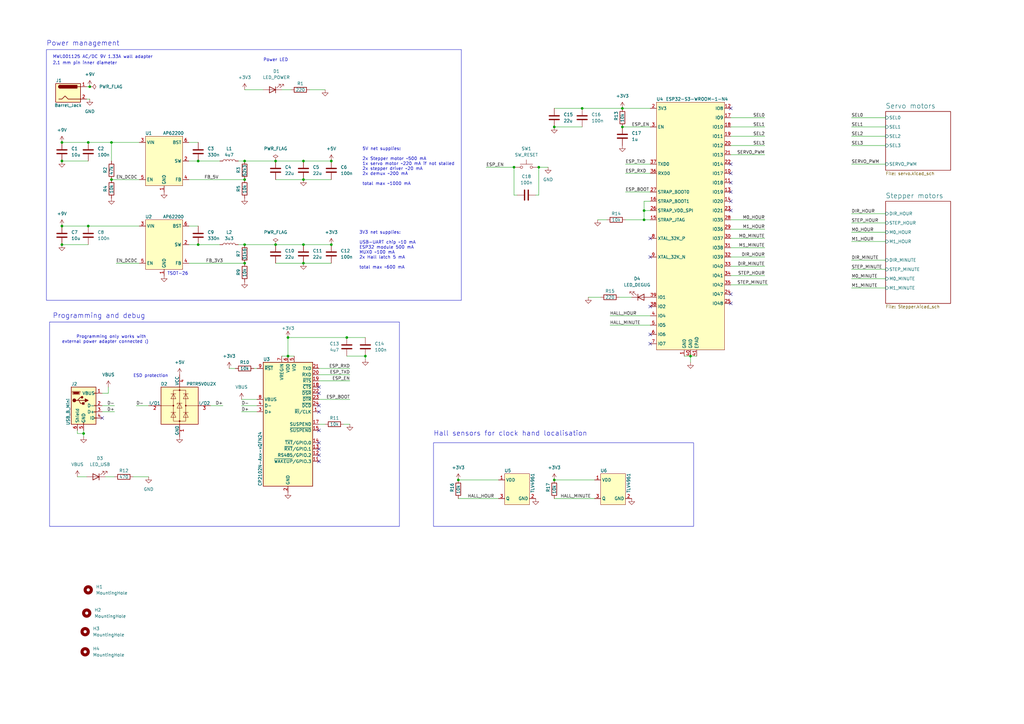
<source format=kicad_sch>
(kicad_sch (version 20230121) (generator eeschema)
  (paper "A3")
  (title_block (title "TopeltKell") (date "2023-10-15") (rev "v0.1") (company "Kaarel Kõomägi, Andres Sakk"))
  (lib_symbols
    (symbol "Connector:Barrel_Jack" (pin_names (offset 1.016))
      (property "Reference" "J" (at 0 5.334 0))
      (property "Value" "Barrel_Jack" (at 0 -5.08 0))
      (symbol "Barrel_Jack_0_1"
        (rectangle (start -5.08 3.81) (end 5.08 -3.81) (stroke (width 0.254)) (fill (type background)))
        (arc (start -3.302 3.175) (mid -3.9343 2.54) (end -3.302 1.905) (stroke (width 0.254)))
        (arc (start -3.302 3.175) (mid -3.9343 2.54) (end -3.302 1.905) (stroke (width 0.254)) (fill (type outline)))
        (polyline (pts (xy 5.08 2.54) (xy 3.81 2.54)) (stroke (width 0.254)))
        (polyline (pts (xy -3.81 -2.54) (xy -2.54 -2.54) (xy -1.27 -1.27) (xy 0 -2.54) (xy 2.54 -2.54) (xy 5.08 -2.54)) (stroke (width 0.254)))
        (rectangle (start 3.683 3.175) (end -3.302 1.905) (stroke (width 0.254)) (fill (type outline)))
      )
      (symbol "Barrel_Jack_1_1"
        (pin passive line (at 7.62 2.54 180) (length 2.54) (name "~") (number "1"))
        (pin passive line (at 7.62 -2.54 180) (length 2.54) (name "~") (number "2"))
      )
    )
    (symbol "Device:C" (pin_numbers hide) (pin_names (offset 0.254))
      (property "Reference" "C" (at 0.635 2.54 0))
      (property "Value" "C" (at 0.635 -2.54 0))
      (symbol "C_0_1"
        (polyline (pts (xy -2.032 -0.762) (xy 2.032 -0.762)) (stroke (width 0.508)))
        (polyline (pts (xy -2.032 0.762) (xy 2.032 0.762)) (stroke (width 0.508)))
      )
      (symbol "C_1_1"
        (pin passive line (at 0 3.81 270) (length 2.794) (name "~") (number "1"))
        (pin passive line (at 0 -3.81 90) (length 2.794) (name "~") (number "2"))
      )
    )
    (symbol "Device:L" (pin_numbers hide) (pin_names (offset 1.016) hide)
      (property "Reference" "L" (at -1.27 0 90))
      (property "Value" "L" (at 1.905 0 90))
      (symbol "L_0_1"
        (arc (start 0 -2.54) (mid 0.6323 -1.905) (end 0 -1.27))
        (arc (start 0 -1.27) (mid 0.6323 -0.635) (end 0 0))
        (arc (start 0 0) (mid 0.6323 0.635) (end 0 1.27))
        (arc (start 0 1.27) (mid 0.6323 1.905) (end 0 2.54))
      )
      (symbol "L_1_1"
        (pin passive line (at 0 3.81 270) (length 1.27) (name "1") (number "1"))
        (pin passive line (at 0 -3.81 90) (length 1.27) (name "2") (number "2"))
      )
    )
    (symbol "Device:LED" (pin_numbers hide) (pin_names (offset 1.016) hide)
      (property "Reference" "D" (at 0 2.54 0))
      (property "Value" "LED" (at 0 -2.54 0))
      (symbol "LED_0_1"
        (polyline (pts (xy -1.27 -1.27) (xy -1.27 1.27)) (stroke (width 0.254)))
        (polyline (pts (xy -1.27 0) (xy 1.27 0)))
        (polyline (pts (xy 1.27 -1.27) (xy 1.27 1.27) (xy -1.27 0) (xy 1.27 -1.27)) (stroke (width 0.254)))
        (polyline (pts (xy -3.048 -0.762) (xy -4.572 -2.286) (xy -3.81 -2.286) (xy -4.572 -2.286) (xy -4.572 -1.524)))
        (polyline (pts (xy -1.778 -0.762) (xy -3.302 -2.286) (xy -2.54 -2.286) (xy -3.302 -2.286) (xy -3.302 -1.524)))
      )
      (symbol "LED_1_1"
        (pin passive line (at -3.81 0 0) (length 2.54) (name "K") (number "1"))
        (pin passive line (at 3.81 0 180) (length 2.54) (name "A") (number "2"))
      )
    )
    (symbol "Device:R" (pin_numbers hide) (pin_names (offset 0))
      (property "Reference" "R" (at 2.032 0 90))
      (property "Value" "R" (at 0 0 90))
      (symbol "R_0_1"
        (rectangle (start -1.016 -2.54) (end 1.016 2.54) (stroke (width 0.254)))
      )
      (symbol "R_1_1"
        (pin passive line (at 0 3.81 270) (length 1.27) (name "~") (number "1"))
        (pin passive line (at 0 -3.81 90) (length 1.27) (name "~") (number "2"))
      )
    )
    (symbol "Interface_USB:CP2102N-Axx-xQFN24"
      (property "Reference" "U" (at -8.89 26.67 0))
      (property "Value" "CP2102N-Axx-xQFN24" (at 13.97 26.67 0))
      (symbol "CP2102N-Axx-xQFN24_0_1"
        (rectangle (start -10.16 25.4) (end 10.16 -25.4) (stroke (width 0.254)) (fill (type background)))
      )
      (symbol "CP2102N-Axx-xQFN24_1_1"
        (pin bidirectional line (at 12.7 5.08 180) (length 2.54) (name "~{RI}/CLK") (number "1"))
        (pin no_connect line (at -10.16 -22.86 0) (length 2.54) hide (name "NC") (number "10"))
        (pin bidirectional line (at 12.7 -15.24 180) (length 2.54) (name "~{WAKEUP}/GPIO.3") (number "11"))
        (pin bidirectional line (at 12.7 -12.7 180) (length 2.54) (name "RS485/GPIO.2") (number "12"))
        (pin bidirectional line (at 12.7 -10.16 180) (length 2.54) (name "~{RXT}/GPIO.1") (number "13"))
        (pin bidirectional line (at 12.7 -7.62 180) (length 2.54) (name "~{TXT}/GPIO.0") (number "14"))
        (pin output line (at 12.7 -2.54 180) (length 2.54) (name "~{SUSPEND}") (number "15"))
        (pin no_connect line (at 10.16 -22.86 180) (length 2.54) hide (name "NC") (number "16"))
        (pin output line (at 12.7 0 180) (length 2.54) (name "SUSPEND") (number "17"))
        (pin input line (at 12.7 15.24 180) (length 2.54) (name "~{CTS}") (number "18"))
        (pin output line (at 12.7 17.78 180) (length 2.54) (name "~{RTS}") (number "19"))
        (pin power_in line (at 0 -27.94 90) (length 2.54) (name "GND") (number "2"))
        (pin input line (at 12.7 20.32 180) (length 2.54) (name "RXD") (number "20"))
        (pin output line (at 12.7 22.86 180) (length 2.54) (name "TXD") (number "21"))
        (pin input line (at 12.7 12.7 180) (length 2.54) (name "~{DSR}") (number "22"))
        (pin output line (at 12.7 10.16 180) (length 2.54) (name "~{DTR}") (number "23"))
        (pin input line (at 12.7 7.62 180) (length 2.54) (name "~{DCD}") (number "24"))
        (pin passive line (at 0 -27.94 90) (length 2.54) hide (name "GND") (number "25"))
        (pin bidirectional line (at -12.7 5.08 0) (length 2.54) (name "D+") (number "3"))
        (pin bidirectional line (at -12.7 7.62 0) (length 2.54) (name "D-") (number "4"))
        (pin power_in line (at 2.54 27.94 270) (length 2.54) (name "VIO") (number "5"))
        (pin power_in line (at 0 27.94 270) (length 2.54) (name "VDD") (number "6"))
        (pin power_in line (at -2.54 27.94 270) (length 2.54) (name "VREGIN") (number "7"))
        (pin input line (at -12.7 10.16 0) (length 2.54) (name "VBUS") (number "8"))
        (pin input line (at -12.7 22.86 0) (length 2.54) (name "~{RST}") (number "9"))
      )
    )
    (symbol "Mechanical:MountingHole" (pin_names (offset 1.016))
      (property "Reference" "H" (at 0 5.08 0))
      (property "Value" "MountingHole" (at 0 3.175 0))
      (symbol "MountingHole_0_1"
        (circle (center 0 0) (radius 1.27) (stroke (width 1.27)))
      )
    )
    (symbol "Power_Protection:PRTR5V0U2X" (pin_names (offset 0))
      (property "Reference" "D" (at 2.794 8.636 0))
      (property "Value" "PRTR5V0U2X" (at 8.128 -9.398 0))
      (symbol "PRTR5V0U2X_0_1"
        (rectangle (start -7.62 -7.62) (end 7.62 7.62) (stroke (width 0.254)) (fill (type background)))
        (circle (center -2.54 0) (radius 0.254) (fill (type outline)))
        (rectangle (start -2.54 6.35) (end 2.54 -6.35))
        (circle (center 0 -6.35) (radius 0.254) (fill (type outline)))
        (polyline (pts (xy -2.54 0) (xy -7.62 0)))
        (polyline (pts (xy -1.524 -2.794) (xy -3.556 -2.794)))
        (polyline (pts (xy -1.524 4.826) (xy -3.556 4.826)))
        (polyline (pts (xy 0 -7.62) (xy 0 7.62)))
        (polyline (pts (xy 1.524 -2.794) (xy 3.556 -2.794)))
        (polyline (pts (xy 1.524 4.826) (xy 3.556 4.826)))
        (polyline (pts (xy 2.54 0) (xy 7.62 0)))
        (polyline (pts (xy 1.016 1.016) (xy -1.016 1.016) (xy -1.016 0.508)))
        (polyline (pts (xy -3.556 -4.826) (xy -1.524 -4.826) (xy -2.54 -2.794) (xy -3.556 -4.826)))
        (polyline (pts (xy -3.556 2.794) (xy -1.524 2.794) (xy -2.54 4.826) (xy -3.556 2.794)))
        (polyline (pts (xy -1.016 -1.016) (xy 1.016 -1.016) (xy 0 1.016) (xy -1.016 -1.016)))
        (polyline (pts (xy 3.556 -4.826) (xy 1.524 -4.826) (xy 2.54 -2.794) (xy 3.556 -4.826)))
        (polyline (pts (xy 3.556 2.794) (xy 1.524 2.794) (xy 2.54 4.826) (xy 3.556 2.794)))
        (circle (center 0 6.35) (radius 0.254) (fill (type outline)))
        (circle (center 2.54 0) (radius 0.254) (fill (type outline)))
      )
      (symbol "PRTR5V0U2X_1_1"
        (pin passive line (at 0 -12.7 90) (length 5.08) (name "GND") (number "1"))
        (pin passive line (at -12.7 0 0) (length 5.08) (name "I/O1") (number "2"))
        (pin passive line (at 12.7 0 180) (length 5.08) (name "I/O2") (number "3"))
        (pin passive line (at 0 12.7 270) (length 5.08) (name "VCC") (number "4"))
      )
    )
    (symbol "RVP_TopeltKell:AP62200"
      (property "Reference" "U" (at 1.27 1.27 0))
      (property "Value" "AP62200" (at 11.43 1.27 0))
      (symbol "AP62200_1_1"
        (rectangle (start 0 0) (end 15.24 -20.32) (fill (type background)))
        (pin power_in line (at 7.62 -22.86 90) (length 2.54) (name "GND") (number "1"))
        (pin power_out line (at 17.78 -10.16 180) (length 2.54) (name "SW") (number "2"))
        (pin power_in line (at -2.54 -2.54 0) (length 2.54) (name "VIN") (number "3"))
        (pin input line (at 17.78 -17.78 180) (length 2.54) (name "FB") (number "4"))
        (pin input line (at -2.54 -17.78 0) (length 2.54) (name "EN") (number "5"))
        (pin input line (at 17.78 -2.54 180) (length 2.54) (name "BST") (number "6"))
      )
    )
    (symbol "RVP_TopeltKell:ESP32-S3-WROOM-1"
      (property "Reference" "U" (at 0 1.27 0))
      (property "Value" "ESP32-S3-WROOM-1" (at 19.05 1.27 0))
      (symbol "ESP32-S3-WROOM-1_1_1"
        (rectangle (start 0 0) (end 27.94 -101.6) (fill (type background)))
        (pin power_in line (at 11.43 -104.14 90) (length 2.54) (name "GND") (number "1"))
        (pin bidirectional line (at 30.48 -29.21 180) (length 2.54) (name "IO17") (number "10"))
        (pin bidirectional line (at 30.48 -33.02 180) (length 2.54) (name "IO18") (number "11"))
        (pin bidirectional line (at 30.48 -2.54 180) (length 2.54) (name "IO8") (number "12"))
        (pin bidirectional line (at 30.48 -36.83 180) (length 2.54) (name "IO19") (number "13"))
        (pin bidirectional line (at 30.48 -40.64 180) (length 2.54) (name "IO20") (number "14"))
        (pin bidirectional line (at -2.54 -48.26 0) (length 2.54) (name "IO3") (number "15") (alternate "STRAP_JTAG" bidirectional line))
        (pin bidirectional line (at -2.54 -40.64 0) (length 2.54) (name "IO46") (number "16") (alternate "STRAP_BOOT1" bidirectional line))
        (pin bidirectional line (at 30.48 -6.35 180) (length 2.54) (name "IO9") (number "17"))
        (pin bidirectional line (at 30.48 -10.16 180) (length 2.54) (name "IO10") (number "18"))
        (pin bidirectional line (at 30.48 -13.97 180) (length 2.54) (name "IO11") (number "19"))
        (pin power_in line (at -2.54 -2.54 0) (length 2.54) (name "3V3") (number "2"))
        (pin bidirectional line (at 30.48 -17.78 180) (length 2.54) (name "IO12") (number "20"))
        (pin bidirectional line (at 30.48 -21.59 180) (length 2.54) (name "IO13") (number "21"))
        (pin bidirectional line (at 30.48 -25.4 180) (length 2.54) (name "IO14") (number "22"))
        (pin bidirectional line (at 30.48 -44.45 180) (length 2.54) (name "IO21") (number "23"))
        (pin bidirectional line (at 30.48 -78.74 180) (length 2.54) (name "IO47") (number "24"))
        (pin bidirectional line (at 30.48 -82.55 180) (length 2.54) (name "IO48") (number "25"))
        (pin bidirectional line (at -2.54 -44.45 0) (length 2.54) (name "IO45") (number "26") (alternate "STRAP_VDD_SPI" bidirectional line))
        (pin bidirectional line (at -2.54 -36.83 0) (length 2.54) (name "IO0") (number "27") (alternate "STRAP_BOOT0" bidirectional line))
        (pin bidirectional line (at 30.48 -48.26 180) (length 2.54) (name "IO35") (number "28"))
        (pin bidirectional line (at 30.48 -52.07 180) (length 2.54) (name "IO36") (number "29"))
        (pin input line (at -2.54 -10.16 0) (length 2.54) (name "EN") (number "3"))
        (pin bidirectional line (at 30.48 -55.88 180) (length 2.54) (name "IO37") (number "30"))
        (pin bidirectional line (at 30.48 -59.69 180) (length 2.54) (name "IO38") (number "31"))
        (pin bidirectional line (at 30.48 -63.5 180) (length 2.54) (name "IO39") (number "32"))
        (pin bidirectional line (at 30.48 -67.31 180) (length 2.54) (name "IO40") (number "33"))
        (pin bidirectional line (at 30.48 -71.12 180) (length 2.54) (name "IO41") (number "34"))
        (pin bidirectional line (at 30.48 -74.93 180) (length 2.54) (name "IO42") (number "35"))
        (pin bidirectional line (at -2.54 -29.21 0) (length 2.54) (name "RXD0") (number "36"))
        (pin bidirectional line (at -2.54 -25.4 0) (length 2.54) (name "TXD0") (number "37"))
        (pin bidirectional line (at -2.54 -83.82 0) (length 2.54) (name "IO2") (number "38"))
        (pin bidirectional line (at -2.54 -80.01 0) (length 2.54) (name "IO1") (number "39"))
        (pin bidirectional line (at -2.54 -87.63 0) (length 2.54) (name "IO4") (number "4"))
        (pin power_in line (at 13.97 -104.14 90) (length 2.54) (name "GND") (number "40"))
        (pin power_in line (at 16.51 -104.14 90) (length 2.54) (name "EPAD") (number "41"))
        (pin bidirectional line (at -2.54 -91.44 0) (length 2.54) (name "IO5") (number "5"))
        (pin bidirectional line (at -2.54 -95.25 0) (length 2.54) (name "IO6") (number "6"))
        (pin bidirectional line (at -2.54 -99.06 0) (length 2.54) (name "IO7") (number "7"))
        (pin bidirectional line (at -2.54 -55.88 0) (length 2.54) (name "IO15") (number "8") (alternate "XTAL_32K_P" bidirectional line))
        (pin bidirectional line (at -2.54 -63.5 0) (length 2.54) (name "IO16") (number "9") (alternate "XTAL_32K_N" input line))
      )
    )
    (symbol "RVP_TopeltKell:TLV4961"
      (property "Reference" "U" (at 0 1.27 0))
      (property "Value" "TLV4961" (at 6.35 1.27 0))
      (symbol "TLV4961_1_1"
        (rectangle (start 0 0) (end 10.16 -12.7) (fill (type background)))
        (pin power_in line (at -2.54 -2.54 0) (length 2.54) (name "VDD") (number "1"))
        (pin power_in line (at 12.7 -10.16 180) (length 2.54) (name "GND") (number "2"))
        (pin output line (at -2.54 -10.16 0) (length 2.54) (name "Q") (number "3"))
      )
    )
    (symbol "RVP_TopeltKell:USB_B_Mini"
      (property "Reference" "J" (at 0 1.27 0))
      (property "Value" "USB_B_Mini" (at 10.16 1.27 0))
      (symbol "USB_B_Mini_0_1"
        (rectangle (start 0 -15.24) (end 10.16 0) (stroke (width 0.254)) (fill (type background)))
        (polyline (pts (xy 3.175 -5.461) (xy 5.715 -5.461)) (stroke (width 0.254)))
        (polyline (pts (xy 1.905 -5.461) (xy 2.54 -5.461) (xy 3.81 -4.191) (xy 4.445 -4.191)) (stroke (width 0.254)))
        (polyline (pts (xy 2.54 -5.461) (xy 3.175 -5.461) (xy 3.81 -6.731) (xy 5.08 -6.731)) (stroke (width 0.254)))
        (polyline (pts (xy 5.715 -4.826) (xy 5.715 -6.096) (xy 6.985 -5.461) (xy 5.715 -4.826)) (stroke (width 0.254)) (fill (type outline)))
        (polyline (pts (xy 0.762 -2.032) (xy 3.302 -2.032) (xy 3.048 -2.794) (xy 1.016 -2.794) (xy 0.762 -2.032)) (fill (type outline)))
        (polyline (pts (xy 0.381 -1.778) (xy 0.381 -2.032) (xy 0.635 -2.794) (xy 0.635 -3.048) (xy 3.429 -3.048) (xy 3.429 -2.794) (xy 3.683 -2.032) (xy 3.683 -1.778) (xy 0.381 -1.778)))
        (circle (center 1.27 -5.461) (radius 0.635) (stroke (width 0.254)) (fill (type outline)))
        (circle (center 4.445 -4.191) (radius 0.381) (stroke (width 0.254)) (fill (type outline)))
        (rectangle (start 4.953 -15.24) (end 5.207 -14.478))
        (rectangle (start 5.334 -6.35) (end 4.572 -7.112) (stroke (width 0.254)) (fill (type outline)))
        (rectangle (start 10.16 -12.827) (end 9.398 -12.573))
        (rectangle (start 10.16 -10.287) (end 9.398 -10.033))
        (rectangle (start 10.16 -7.747) (end 9.398 -7.493))
        (rectangle (start 10.16 -2.667) (end 9.398 -2.413))
      )
      (symbol "USB_B_Mini_1_1"
        (pin power_out line (at 12.7 -2.54 180) (length 2.54) (name "VBUS") (number "1"))
        (pin bidirectional line (at 12.7 -7.62 180) (length 2.54) (name "D-") (number "2"))
        (pin bidirectional line (at 12.7 -10.16 180) (length 2.54) (name "D+") (number "3"))
        (pin passive line (at 12.7 -12.7 180) (length 2.54) (name "ID") (number "4"))
        (pin power_out line (at 5.08 -17.78 90) (length 2.54) (name "GND") (number "5"))
        (pin passive line (at 2.54 -17.78 90) (length 2.54) (name "Shield") (number "6"))
      )
    )
    (symbol "Switch:SW_Push" (pin_numbers hide) (pin_names (offset 1.016) hide)
      (property "Reference" "SW" (at 1.27 2.54 0))
      (property "Value" "SW_Push" (at 0 -1.524 0))
      (symbol "SW_Push_0_1"
        (circle (center -2.032 0) (radius 0.508))
        (polyline (pts (xy 0 1.27) (xy 0 3.048)))
        (polyline (pts (xy 2.54 1.27) (xy -2.54 1.27)))
        (circle (center 2.032 0) (radius 0.508))
        (pin passive line (at -5.08 0 0) (length 2.54) (name "1") (number "1"))
        (pin passive line (at 5.08 0 180) (length 2.54) (name "2") (number "2"))
      )
    )
    (symbol "power:+3V3" (power) (pin_names (offset 0))
      (property "Value" "+3V3" (at 0 3.556 0))
      (symbol "+3V3_0_1"
        (polyline (pts (xy -0.762 1.27) (xy 0 2.54)))
        (polyline (pts (xy 0 0) (xy 0 2.54)))
        (polyline (pts (xy 0 2.54) (xy 0.762 1.27)))
      )
      (symbol "+3V3_1_1"
        (pin power_in line (at 0 0 90) (length 0) hide (name "+3V3") (number "1"))
      )
    )
    (symbol "power:+5V" (power) (pin_names (offset 0))
      (property "Value" "+5V" (at 0 3.556 0))
      (symbol "+5V_0_1"
        (polyline (pts (xy -0.762 1.27) (xy 0 2.54)))
        (polyline (pts (xy 0 0) (xy 0 2.54)))
        (polyline (pts (xy 0 2.54) (xy 0.762 1.27)))
      )
      (symbol "+5V_1_1"
        (pin power_in line (at 0 0 90) (length 0) hide (name "+5V") (number "1"))
      )
    )
    (symbol "power:+9V" (power) (pin_names (offset 0))
      (property "Value" "+9V" (at 0 3.556 0))
      (symbol "+9V_0_1"
        (polyline (pts (xy -0.762 1.27) (xy 0 2.54)))
        (polyline (pts (xy 0 0) (xy 0 2.54)))
        (polyline (pts (xy 0 2.54) (xy 0.762 1.27)))
      )
      (symbol "+9V_1_1"
        (pin power_in line (at 0 0 90) (length 0) hide (name "+9V") (number "1"))
      )
    )
    (symbol "power:GND" (power) (pin_names (offset 0))
      (property "Value" "GND" (at 0 -3.81 0))
      (symbol "GND_0_1"
        (polyline (pts (xy 0 0) (xy 0 -1.27) (xy 1.27 -1.27) (xy 0 -2.54) (xy -1.27 -1.27) (xy 0 -1.27)))
      )
      (symbol "GND_1_1"
        (pin power_in line (at 0 0 270) (length 0) hide (name "GND") (number "1"))
      )
    )
    (symbol "power:PWR_FLAG" (power) (pin_numbers hide) (pin_names (offset 0) hide)
      (property "Value" "PWR_FLAG" (at 0 3.81 0))
      (symbol "PWR_FLAG_0_0"
        (pin power_out line (at 0 0 90) (length 0) (name "pwr") (number "1"))
      )
      (symbol "PWR_FLAG_0_1"
        (polyline (pts (xy 0 0) (xy 0 1.27) (xy -1.016 1.905) (xy 0 2.54) (xy 1.016 1.905) (xy 0 1.27)))
      )
    )
    (symbol "power:VBUS" (power) (pin_names (offset 0))
      (property "Value" "VBUS" (at 0 3.81 0))
      (symbol "VBUS_0_1"
        (polyline (pts (xy -0.762 1.27) (xy 0 2.54)))
        (polyline (pts (xy 0 0) (xy 0 2.54)))
        (polyline (pts (xy 0 2.54) (xy 0.762 1.27)))
      )
      (symbol "VBUS_1_1"
        (pin power_in line (at 0 0 90) (length 0) hide (name "VBUS") (number "1"))
      )
    )
  )
  (junction (at 100.33 107.95))
  (junction (at 264.16 90.17))
  (junction (at 135.89 66.04))
  (junction (at 124.46 73.66))
  (junction (at 283.21 146.05))
  (junction (at 25.4 92.71))
  (junction (at 255.27 52.07))
  (junction (at 124.46 66.04))
  (junction (at 100.33 73.66))
  (junction (at 227.33 196.85))
  (junction (at 255.27 44.45))
  (junction (at 187.96 196.85))
  (junction (at 238.76 44.45))
  (junction (at 118.11 146.05))
  (junction (at 100.33 100.33))
  (junction (at 113.03 100.33))
  (junction (at 264.16 86.36))
  (junction (at 36.195 92.71))
  (junction (at 135.89 100.33))
  (junction (at 149.86 146.05))
  (junction (at 113.03 66.04))
  (junction (at 25.4 58.42))
  (junction (at 36.83 35.56))
  (junction (at 124.46 107.95))
  (junction (at 25.4 66.04))
  (junction (at 25.4 100.33))
  (junction (at 81.28 66.04))
  (junction (at 81.28 100.33))
  (junction (at 142.24 138.43))
  (junction (at 118.11 138.43))
  (junction (at 227.33 52.07))
  (junction (at 210.82 68.58))
  (junction (at 45.72 58.42))
  (junction (at 34.29 177.8))
  (junction (at 45.72 73.66))
  (junction (at 124.46 100.33))
  (junction (at 220.98 68.58))
  (junction (at 36.195 58.42))
  (junction (at 100.33 66.04))
  (no_connect (at 299.72 44.45))
  (no_connect (at 266.7 125.73))
  (no_connect (at 299.72 71.12))
  (no_connect (at 130.81 181.61))
  (no_connect (at 299.72 82.55))
  (no_connect (at 299.72 120.65))
  (no_connect (at 266.7 97.79))
  (no_connect (at 130.81 161.29))
  (no_connect (at 299.72 67.31))
  (no_connect (at 130.81 168.91))
  (no_connect (at 266.7 105.41))
  (no_connect (at 41.91 171.45))
  (no_connect (at 299.72 78.74))
  (no_connect (at 130.81 184.15))
  (no_connect (at 299.72 74.93))
  (no_connect (at 130.81 189.23))
  (no_connect (at 299.72 124.46))
  (no_connect (at 130.81 166.37))
  (no_connect (at 266.7 140.97))
  (no_connect (at 299.72 86.36))
  (no_connect (at 266.7 137.16))
  (no_connect (at 130.81 158.75))
  (no_connect (at 130.81 176.53))
  (no_connect (at 130.81 186.69))
  (wire (pts (xy 118.11 138.43) (xy 118.11 146.05)))
  (wire (pts (xy 313.69 63.5) (xy 299.72 63.5)))
  (wire (pts (xy 349.25 59.69) (xy 363.22 59.69)))
  (wire (pts (xy 124.46 73.66) (xy 135.89 73.66)))
  (wire (pts (xy 113.03 100.33) (xy 124.46 100.33)))
  (wire (pts (xy 25.4 58.42) (xy 36.195 58.42)))
  (wire (pts (xy 283.21 146.05) (xy 285.75 146.05)))
  (wire (pts (xy 77.47 92.71) (xy 81.28 92.71)))
  (wire (pts (xy 113.03 107.95) (xy 124.46 107.95)))
  (wire (pts (xy 130.81 163.83) (xy 143.51 163.83)))
  (wire (pts (xy 299.72 116.84) (xy 314.96 116.84)))
  (wire (pts (xy 25.4 66.04) (xy 36.195 66.04)))
  (wire (pts (xy 313.69 93.98) (xy 299.72 93.98)))
  (wire (pts (xy 25.4 92.71) (xy 36.195 92.71)))
  (wire (pts (xy 45.72 58.42) (xy 57.15 58.42)))
  (wire (pts (xy 238.76 44.45) (xy 255.27 44.45)))
  (wire (pts (xy 99.06 163.83) (xy 105.41 163.83)))
  (wire (pts (xy 227.33 52.07) (xy 238.76 52.07)))
  (wire (pts (xy 349.25 87.63) (xy 363.22 87.63)))
  (wire (pts (xy 349.25 106.68) (xy 363.22 106.68)))
  (wire (pts (xy 81.28 100.33) (xy 90.17 100.33)))
  (wire (pts (xy 313.69 97.79) (xy 299.72 97.79)))
  (wire (pts (xy 118.11 146.05) (xy 120.65 146.05)))
  (wire (pts (xy 227.33 196.85) (xy 243.84 196.85)))
  (wire (pts (xy 113.03 73.66) (xy 124.46 73.66)))
  (wire (pts (xy 264.16 86.36) (xy 264.16 90.17)))
  (wire (pts (xy 34.29 177.8) (xy 34.29 179.07)))
  (wire (pts (xy 35.56 195.58) (xy 31.75 195.58)))
  (wire (pts (xy 77.47 100.33) (xy 81.28 100.33)))
  (wire (pts (xy 34.29 176.53) (xy 34.29 177.8)))
  (wire (pts (xy 86.36 166.37) (xy 91.44 166.37)))
  (wire (pts (xy 142.24 138.43) (xy 149.86 138.43)))
  (wire (pts (xy 124.46 66.04) (xy 135.89 66.04)))
  (wire (pts (xy 55.88 166.37) (xy 60.96 166.37)))
  (wire (pts (xy 227.33 204.47) (xy 243.84 204.47)))
  (wire (pts (xy 99.06 166.37) (xy 105.41 166.37)))
  (wire (pts (xy 31.75 176.53) (xy 31.75 177.8)))
  (wire (pts (xy 93.98 151.13) (xy 96.52 151.13)))
  (wire (pts (xy 187.96 196.85) (xy 204.47 196.85)))
  (wire (pts (xy 254 121.92) (xy 259.08 121.92)))
  (wire (pts (xy 349.25 67.31) (xy 363.22 67.31)))
  (wire (pts (xy 36.195 92.71) (xy 57.15 92.71)))
  (wire (pts (xy 264.16 82.55) (xy 264.16 86.36)))
  (wire (pts (xy 313.69 59.69) (xy 299.72 59.69)))
  (wire (pts (xy 41.91 166.37) (xy 46.99 166.37)))
  (wire (pts (xy 245.11 90.17) (xy 248.92 90.17)))
  (wire (pts (xy 124.46 100.33) (xy 135.89 100.33)))
  (wire (pts (xy 220.98 68.58) (xy 220.98 80.01)))
  (wire (pts (xy 45.72 73.66) (xy 57.15 73.66)))
  (wire (pts (xy 113.03 66.04) (xy 124.46 66.04)))
  (wire (pts (xy 349.25 110.49) (xy 363.22 110.49)))
  (wire (pts (xy 118.11 138.43) (xy 142.24 138.43)))
  (wire (pts (xy 47.625 107.95) (xy 57.15 107.95)))
  (wire (pts (xy 104.14 151.13) (xy 105.41 151.13)))
  (wire (pts (xy 210.82 68.58) (xy 199.39 68.58)))
  (wire (pts (xy 127 36.83) (xy 133.35 36.83)))
  (wire (pts (xy 264.16 82.55) (xy 266.7 82.55)))
  (wire (pts (xy 349.25 114.3) (xy 363.22 114.3)))
  (wire (pts (xy 264.16 90.17) (xy 266.7 90.17)))
  (wire (pts (xy 283.21 146.05) (xy 283.21 148.59)))
  (wire (pts (xy 46.99 195.58) (xy 43.18 195.58)))
  (wire (pts (xy 313.69 113.03) (xy 299.72 113.03)))
  (wire (pts (xy 35.56 35.56) (xy 36.83 35.56)))
  (wire (pts (xy 99.06 168.91) (xy 105.41 168.91)))
  (wire (pts (xy 224.79 68.58) (xy 220.98 68.58)))
  (wire (pts (xy 130.81 153.67) (xy 143.51 153.67)))
  (wire (pts (xy 44.45 161.29) (xy 44.45 158.75)))
  (wire (pts (xy 212.09 80.01) (xy 210.82 80.01)))
  (wire (pts (xy 130.81 156.21) (xy 143.51 156.21)))
  (wire (pts (xy 349.25 48.26) (xy 363.22 48.26)))
  (wire (pts (xy 256.54 71.12) (xy 266.7 71.12)))
  (wire (pts (xy 349.25 95.25) (xy 363.22 95.25)))
  (wire (pts (xy 100.33 100.33) (xy 113.03 100.33)))
  (wire (pts (xy 97.79 66.04) (xy 100.33 66.04)))
  (wire (pts (xy 349.25 118.11) (xy 363.22 118.11)))
  (wire (pts (xy 256.54 67.31) (xy 266.7 67.31)))
  (wire (pts (xy 250.19 133.35) (xy 266.7 133.35)))
  (wire (pts (xy 31.75 177.8) (xy 34.29 177.8)))
  (wire (pts (xy 149.86 147.32) (xy 149.86 146.05)))
  (wire (pts (xy 264.16 86.36) (xy 266.7 86.36)))
  (wire (pts (xy 142.24 146.05) (xy 149.86 146.05)))
  (wire (pts (xy 77.47 107.95) (xy 100.33 107.95)))
  (wire (pts (xy 349.25 91.44) (xy 363.22 91.44)))
  (wire (pts (xy 124.46 107.95) (xy 135.89 107.95)))
  (wire (pts (xy 280.67 146.05) (xy 283.21 146.05)))
  (wire (pts (xy 313.69 101.6) (xy 299.72 101.6)))
  (wire (pts (xy 255.27 52.07) (xy 266.7 52.07)))
  (wire (pts (xy 313.69 105.41) (xy 299.72 105.41)))
  (wire (pts (xy 349.25 99.06) (xy 363.22 99.06)))
  (wire (pts (xy 313.69 52.07) (xy 299.72 52.07)))
  (wire (pts (xy 45.72 66.04) (xy 45.72 58.42)))
  (wire (pts (xy 115.57 146.05) (xy 118.11 146.05)))
  (wire (pts (xy 81.28 66.04) (xy 90.17 66.04)))
  (wire (pts (xy 256.54 78.74) (xy 266.7 78.74)))
  (wire (pts (xy 54.61 195.58) (xy 60.96 195.58)))
  (wire (pts (xy 255.27 44.45) (xy 266.7 44.45)))
  (wire (pts (xy 41.91 161.29) (xy 44.45 161.29)))
  (wire (pts (xy 97.79 100.33) (xy 100.33 100.33)))
  (wire (pts (xy 246.38 121.92) (xy 241.3 121.92)))
  (wire (pts (xy 349.25 52.07) (xy 363.22 52.07)))
  (wire (pts (xy 299.72 48.26) (xy 313.69 48.26)))
  (wire (pts (xy 36.195 58.42) (xy 45.72 58.42)))
  (wire (pts (xy 36.83 40.64) (xy 35.56 40.64)))
  (wire (pts (xy 119.38 36.83) (xy 115.57 36.83)))
  (wire (pts (xy 227.33 44.45) (xy 238.76 44.45)))
  (wire (pts (xy 140.97 173.99) (xy 143.51 173.99)))
  (wire (pts (xy 256.54 90.17) (xy 264.16 90.17)))
  (wire (pts (xy 349.25 55.88) (xy 363.22 55.88)))
  (wire (pts (xy 313.69 90.17) (xy 299.72 90.17)))
  (wire (pts (xy 77.47 66.04) (xy 81.28 66.04)))
  (wire (pts (xy 41.91 168.91) (xy 46.99 168.91)))
  (wire (pts (xy 130.81 151.13) (xy 143.51 151.13)))
  (wire (pts (xy 25.4 100.33) (xy 36.195 100.33)))
  (wire (pts (xy 100.33 66.04) (xy 113.03 66.04)))
  (wire (pts (xy 313.69 109.22) (xy 299.72 109.22)))
  (wire (pts (xy 187.96 204.47) (xy 204.47 204.47)))
  (wire (pts (xy 250.19 129.54) (xy 266.7 129.54)))
  (wire (pts (xy 107.95 36.83) (xy 100.33 36.83)))
  (wire (pts (xy 130.81 173.99) (xy 133.35 173.99)))
  (wire (pts (xy 210.82 80.01) (xy 210.82 68.58)))
  (wire (pts (xy 313.69 55.88) (xy 299.72 55.88)))
  (wire (pts (xy 77.47 58.42) (xy 81.28 58.42)))
  (wire (pts (xy 220.98 80.01) (xy 219.71 80.01)))
  (wire (pts (xy 77.47 73.66) (xy 100.33 73.66)))
  (rectangle (start 20.32 132.08) (end 163.83 215.9))
  (rectangle (start 177.8 181.61) (end 284.48 215.9))
  (rectangle (start 19.05 20.32) (end 189.23 123.19))
  (text "ESD protection" (at 54.61 154.94 0) (effects (font (size 1.27 1.27)) (justify left bottom)))
  (text "Programming only works with \nexternal power adapter connected :)" (at 60.96 140.97 0) (effects (font (size 1.27 1.27)) (justify right bottom)))
  (text "2.1 mm pin inner diameter" (at 21.59 26.67 0) (effects (font (size 1.27 1.27)) (justify left bottom)))
  (text "MWL001125 AC/DC 9V 1.33A wall adapter" (at 21.59 24.13 0) (effects (font (size 1.27 1.27)) (justify left bottom)))
  (text "Programming and debug" (at 21.59 130.81 0) (effects (font (size 2.032 2.032)) (justify left bottom)))
  (text "TSOT-26" (at 68.58 113.03 0) (effects (font (size 1.27 1.27)) (justify left bottom)))
  (text "3V3 net supplies:\n\nUSB-UART chip ~10 mA\nESP32 module 500 mA\nMUX0 ~100 mA\n2x Hall latch 5 mA\n\ntotal max ~600 mA" (at 147.32 110.49 0) (effects (font (size 1.27 1.27)) (justify left bottom)))
  (text "5V net supplies:\n\n2x Stepper motor ~500 mA\n1x servo motor ~220 mA if not stalled\n2x stepper driver ~20 mA\n2x demux ~200 mA\n\ntotal max ~1000 mA" (at 148.59 76.2 0) (effects (font (size 1.27 1.27)) (justify left bottom)))
  (text "Hall sensors for clock hand localisation" (at 177.8 179.07 0) (effects (font (size 2.032 2.032)) (justify left bottom)))
  (text "Power LED" (at 107.95 25.4 0) (effects (font (size 1.27 1.27)) (justify left bottom)))
  (text "Power management" (at 19.05 19.05 0) (effects (font (size 2.032 2.032)) (justify left bottom)))
  (label "M0_HOUR" (at 349.25 95.25 0))
  (label "SEL0" (at 349.25 48.26 0))
  (label "ESP_EN" (at 259.08 52.07 0))
  (label "SEL3" (at 313.69 59.69 180))
  (label "ESP_BOOT" (at 256.54 78.74 0))
  (label "HALL_MINUTE" (at 250.19 133.35 0))
  (label "FB_5V" (at 83.82 73.66 0))
  (label "STEP_HOUR" (at 349.25 91.44 0))
  (label "M0_MINUTE" (at 313.69 97.79 180))
  (label "SERVO_PWM" (at 349.25 67.31 0))
  (label "M1_HOUR" (at 313.69 93.98 180))
  (label "D+" (at 99.06 168.91 0))
  (label "D-" (at 46.99 166.37 180))
  (label "HALL_HOUR" (at 250.19 129.54 0))
  (label "DIR_MINUTE" (at 313.69 109.22 180))
  (label "DIR_MINUTE" (at 349.25 106.68 0))
  (label "M0_MINUTE" (at 349.25 114.3 0))
  (label "ESP_BOOT" (at 143.51 163.83 180))
  (label "M1_MINUTE" (at 313.69 101.6 180))
  (label "SEL1" (at 349.25 52.07 0))
  (label "STEP_MINUTE" (at 314.96 116.84 180))
  (label "STEP_HOUR" (at 313.69 113.03 180))
  (label "ESP_EN" (at 143.51 156.21 180))
  (label "SEL0" (at 313.69 48.26 180))
  (label "STEP_MINUTE" (at 349.25 110.49 0))
  (label "SEL3" (at 349.25 59.69 0))
  (label "SEL2" (at 349.25 55.88 0))
  (label "ESP_RXD" (at 143.51 151.13 180))
  (label "D-" (at 99.06 166.37 0))
  (label "EN_DCDC" (at 47.625 107.95 0))
  (label "SEL2" (at 313.69 55.88 180))
  (label "ESP_RXD" (at 256.54 71.12 0))
  (label "ESP_TXD" (at 143.51 153.67 180))
  (label "SERVO_PWM" (at 313.69 63.5 180))
  (label "M0_HOUR" (at 313.69 90.17 180))
  (label "D-" (at 55.88 166.37 0))
  (label "ESP_TXD" (at 256.54 67.31 0))
  (label "FB_3V3" (at 84.455 107.95 0))
  (label "M1_HOUR" (at 349.25 99.06 0))
  (label "M1_MINUTE" (at 349.25 118.11 0))
  (label "DIR_HOUR" (at 313.69 105.41 180))
  (label "HALL_HOUR" (at 191.77 204.47 0))
  (label "ESP_EN" (at 199.39 68.58 0))
  (label "HALL_MINUTE" (at 229.87 204.47 0))
  (label "DIR_HOUR" (at 349.25 87.63 0))
  (label "D+" (at 91.44 166.37 180))
  (label "D+" (at 46.99 168.91 180))
  (label "EN_DCDC" (at 47.625 73.66 0))
  (label "SEL1" (at 313.69 52.07 180))
  (symbol (lib_id "Device:LED") (at 39.37 195.58 180) (unit 1)
    (property "Reference" "D3" (at 40.9575 187.96 0))
    (property "Value" "LED_USB" (at 40.9575 190.5 0))
    (property "Footprint" "LED_SMD:LED_0603_1608Metric_Pad1.05x0.95mm_HandSolder" (effects hide))
  )
  (symbol (lib_id "power:GND") (at 124.46 107.95 0) (unit 1)
    (property "Reference" "#PWR020" (effects hide))
    (property "Value" "GND" (effects hide))
  )
  (symbol (lib_id "power:+3V3") (at 100.33 36.83 0) (unit 1)
    (property "Reference" "#PWR02" (effects hide))
    (property "Value" "+3V3" (at 100.33 31.75 0))
  )
  (symbol (lib_id "power:PWR_FLAG") (at 113.03 100.33 0) (unit 1)
    (property "Reference" "#FLG03" (effects hide))
    (property "Value" "PWR_FLAG" (at 113.03 95.25 0))
  )
  (symbol (lib_id "power:GND") (at 45.72 81.28 0) (unit 1)
    (property "Reference" "#PWR014" (effects hide))
    (property "Value" "GND" (effects hide))
  )
  (symbol (lib_id "power:GND") (at 36.83 40.64 0) (unit 1)
    (property "Reference" "#PWR04" (effects hide))
    (property "Value" "GND" (at 36.83 45.72 0))
  )
  (symbol (lib_id "power:GND") (at 133.35 36.83 0) (unit 1)
    (property "Reference" "#PWR03" (effects hide))
    (property "Value" "GND" (effects hide))
  )
  (symbol (lib_id "power:+3V3") (at 227.33 196.85 0) (unit 1)
    (property "Reference" "#PWR038" (effects hide))
    (property "Value" "+3V3" (at 227.33 191.77 0))
  )
  (symbol (lib_id "power:GND") (at 143.51 173.99 0) (unit 1)
    (property "Reference" "#PWR032" (effects hide))
    (property "Value" "GND" (effects hide))
  )
  (symbol (lib_id "Device:C") (at 135.89 104.14 180) (unit 1)
    (property "Reference" "C12" (at 139.7 102.87 0) (effects (justify right)))
    (property "Value" "100n" (at 139.7 105.41 0) (effects (justify right)))
    (property "Footprint" "Capacitor_SMD:C_0603_1608Metric_Pad1.08x0.95mm_HandSolder" (effects hide))
  )
  (symbol (lib_id "power:VBUS") (at 44.45 158.75 0) (unit 1)
    (property "Reference" "#PWR030" (effects hide))
    (property "Value" "VBUS" (at 44.45 153.67 0))
  )
  (symbol (lib_id "Device:C") (at 142.24 142.24 180) (unit 1)
    (property "Reference" "C13" (at 137.16 140.97 0))
    (property "Value" "4u7" (at 137.16 143.51 0))
    (property "Footprint" "Capacitor_SMD:C_0805_2012Metric_Pad1.18x1.45mm_HandSolder" (effects hide))
  )
  (symbol (lib_id "power:PWR_FLAG") (at 36.83 35.56 270) (unit 1)
    (property "Reference" "#FLG01" (effects hide))
    (property "Value" "PWR_FLAG" (at 40.64 35.56 90) (effects (justify left)))
  )
  (symbol (lib_id "Interface_USB:CP2102N-Axx-xQFN24") (at 118.11 173.99 0) (unit 1)
    (property "Reference" "U3" (at 107.95 147.32 0) (effects (justify left)))
    (property "Value" "CP2102N-Axx-xQFN24" (at 106.68 199.39 90) (effects (justify left)))
    (property "Footprint" "Package_DFN_QFN:QFN-24-1EP_4x4mm_P0.5mm_EP2.6x2.6mm" (effects hide))
    (property "Datasheet" "https://www.silabs.com/documents/public/data-sheets/cp2102n-datasheet.pdf" (effects hide))
  )
  (symbol (lib_id "Device:LED") (at 262.89 121.92 0) (mirror x) (unit 1)
    (property "Reference" "D4" (at 261.3025 114.3 0))
    (property "Value" "LED_DEGUG" (at 261.3025 116.84 0))
    (property "Footprint" "LED_SMD:LED_0603_1608Metric_Pad1.05x0.95mm_HandSolder" (effects hide))
  )
  (symbol (lib_id "power:+3V3") (at 135.89 100.33 0) (unit 1)
    (property "Reference" "#PWR019" (effects hide))
    (property "Value" "+3V3" (at 135.89 95.25 0))
  )
  (symbol (lib_id "Device:C") (at 81.28 62.23 180) (unit 1)
    (property "Reference" "C3" (at 85.09 60.96 0) (effects (justify right)))
    (property "Value" "330n" (at 85.09 63.5 0) (effects (justify right)))
    (property "Footprint" "Capacitor_SMD:C_0603_1608Metric_Pad1.08x0.95mm_HandSolder" (effects hide))
  )
  (symbol (lib_id "Device:R") (at 100.33 111.76 0) (unit 1)
    (property "Reference" "R9" (at 97.79 113.03 90) (effects (justify left)))
    (property "Value" "10k" (at 100.33 113.665 90) (effects (justify left)))
    (property "Footprint" "Resistor_SMD:R_0603_1608Metric_Pad0.98x0.95mm_HandSolder" (effects hide))
  )
  (symbol (lib_id "power:GND") (at 100.33 115.57 0) (unit 1)
    (property "Reference" "#PWR023" (effects hide))
    (property "Value" "GND" (effects hide))
  )
  (symbol (lib_id "Device:R") (at 187.96 200.66 180) (unit 1)
    (property "Reference" "R16" (at 185.42 201.93 90) (effects (justify right)))
    (property "Value" "10k" (at 187.96 202.565 90) (effects (justify right)))
    (property "Footprint" "Resistor_SMD:R_0603_1608Metric_Pad0.98x0.95mm_HandSolder" (effects hide))
  )
  (symbol (lib_id "power:+3V3") (at 187.96 196.85 0) (unit 1)
    (property "Reference" "#PWR037" (effects hide))
    (property "Value" "+3V3" (at 187.96 191.77 0))
  )
  (symbol (lib_id "RVP_TopeltKell:AP62200") (at 59.69 90.17 0) (unit 1)
    (property "Reference" "U2" (at 60.96 88.9 0))
    (property "Value" "AP62200" (at 71.12 88.9 0))
    (property "Footprint" "Topeltkell:TSOT26" (effects hide))
    (property "Datasheet" "https://www.mouser.ee/datasheet/2/115/AP62200_AP62201_AP62200T-3194967.pdf" (effects hide))
  )
  (symbol (lib_id "Device:C") (at 113.03 104.14 0) (unit 1)
    (property "Reference" "C10" (at 116.84 102.87 0) (effects (justify left)))
    (property "Value" "22u" (at 116.84 105.41 0) (effects (justify left)))
    (property "Footprint" "Capacitor_SMD:C_1206_3216Metric_Pad1.33x1.80mm_HandSolder" (effects hide))
  )
  (symbol (lib_id "Device:R") (at 252.73 90.17 90) (unit 1)
    (property "Reference" "R14" (at 252.73 87.63 90))
    (property "Value" "10k" (at 252.73 90.17 90))
    (property "Footprint" "Resistor_SMD:R_0603_1608Metric_Pad0.98x0.95mm_HandSolder" (effects hide))
  )
  (symbol (lib_id "power:GND") (at 149.86 147.32 0) (unit 1)
    (property "Reference" "#PWR026" (effects hide))
    (property "Value" "GND" (effects hide))
  )
  (symbol (lib_id "power:+9V") (at 36.83 35.56 0) (unit 1)
    (property "Reference" "#PWR01" (effects hide))
    (property "Value" "+9V" (at 36.83 30.48 0))
  )
  (symbol (lib_id "Device:C") (at 81.28 96.52 180) (unit 1)
    (property "Reference" "C9" (at 85.09 95.25 0) (effects (justify right)))
    (property "Value" "330n" (at 85.09 97.79 0) (effects (justify right)))
    (property "Footprint" "Capacitor_SMD:C_0603_1608Metric_Pad1.08x0.95mm_HandSolder" (effects hide))
  )
  (symbol (lib_id "Device:C") (at 149.86 142.24 0) (unit 1)
    (property "Reference" "C14" (at 153.67 140.97 0) (effects (justify left)))
    (property "Value" "100n" (at 153.67 143.51 0) (effects (justify left)))
    (property "Footprint" "Capacitor_SMD:C_0603_1608Metric_Pad1.08x0.95mm_HandSolder" (effects hide))
  )
  (symbol (lib_id "power:GND") (at 227.33 52.07 0) (unit 1)
    (property "Reference" "#PWR06" (effects hide))
    (property "Value" "GND" (effects hide))
  )
  (symbol (lib_id "power:GND") (at 124.46 73.66 0) (unit 1)
    (property "Reference" "#PWR012" (effects hide))
    (property "Value" "GND" (effects hide))
  )
  (symbol (lib_id "Device:C") (at 135.89 69.85 180) (unit 1)
    (property "Reference" "C6" (at 139.7 68.58 0) (effects (justify right)))
    (property "Value" "100n" (at 139.7 71.12 0) (effects (justify right)))
    (property "Footprint" "Capacitor_SMD:C_0603_1608Metric_Pad1.08x0.95mm_HandSolder" (effects hide))
  )
  (symbol (lib_id "power:GND") (at 34.29 179.07 0) (unit 1)
    (property "Reference" "#PWR033" (effects hide))
    (property "Value" "GND" (effects hide))
  )
  (symbol (lib_id "Device:C") (at 25.4 62.23 0) (unit 1)
    (property "Reference" "C1" (at 29.21 60.96 0) (effects (justify left)))
    (property "Value" "10u" (at 29.21 63.5 0) (effects (justify left)))
    (property "Footprint" "Capacitor_SMD:C_0805_2012Metric_Pad1.18x1.45mm_HandSolder" (effects hide))
  )
  (symbol (lib_id "Device:C") (at 124.46 69.85 0) (unit 1)
    (property "Reference" "C5" (at 128.27 68.58 0) (effects (justify left)))
    (property "Value" "22u" (at 128.27 71.12 0) (effects (justify left)))
    (property "Footprint" "Capacitor_SMD:C_1206_3216Metric_Pad1.33x1.80mm_HandSolder" (effects hide))
  )
  (symbol (lib_id "Device:R") (at 100.33 151.13 90) (unit 1)
    (property "Reference" "R10" (at 100.33 148.59 90))
    (property "Value" "10k" (at 100.33 151.13 90))
    (property "Footprint" "Resistor_SMD:R_0603_1608Metric_Pad0.98x0.95mm_HandSolder" (effects hide))
  )
  (symbol (lib_id "Device:R") (at 250.19 121.92 270) (mirror x) (unit 1)
    (property "Reference" "R15" (at 250.19 119.38 90))
    (property "Value" "220" (at 250.19 121.92 90))
    (property "Footprint" "Resistor_SMD:R_0603_1608Metric_Pad0.98x0.95mm_HandSolder" (effects hide))
  )
  (symbol (lib_id "power:+5V") (at 73.66 153.67 0) (unit 1)
    (property "Reference" "#PWR029" (effects hide))
    (property "Value" "+5V" (at 73.66 148.59 0))
  )
  (symbol (lib_id "Device:R") (at 100.33 69.85 0) (unit 1)
    (property "Reference" "R3" (at 97.79 71.12 90) (effects (justify left)))
    (property "Value" "52k3" (at 100.33 72.39 90) (effects (justify left)))
    (property "Footprint" "Resistor_SMD:R_0603_1608Metric_Pad0.98x0.95mm_HandSolder" (effects hide))
  )
  (symbol (lib_id "power:PWR_FLAG") (at 113.03 66.04 0) (unit 1)
    (property "Reference" "#FLG02" (effects hide))
    (property "Value" "PWR_FLAG" (at 113.03 60.96 0))
  )
  (symbol (lib_id "Device:C") (at 113.03 69.85 0) (unit 1)
    (property "Reference" "C4" (at 116.84 68.58 0) (effects (justify left)))
    (property "Value" "22u" (at 116.84 71.12 0) (effects (justify left)))
    (property "Footprint" "Capacitor_SMD:C_1206_3216Metric_Pad1.33x1.80mm_HandSolder" (effects hide))
  )
  (symbol (lib_id "power:GND") (at 283.21 148.59 0) (unit 1)
    (property "Reference" "#PWR027" (effects hide))
    (property "Value" "GND" (effects hide))
  )
  (symbol (lib_id "power:GND") (at 118.11 201.93 0) (unit 1)
    (property "Reference" "#PWR039" (effects hide))
    (property "Value" "GND" (effects hide))
  )
  (symbol (lib_id "RVP_TopeltKell:AP62200") (at 59.69 55.88 0) (unit 1)
    (property "Reference" "U1" (at 60.96 54.61 0))
    (property "Value" "AP62200" (at 71.12 54.61 0))
    (property "Footprint" "Topeltkell:TSOT26" (effects hide))
    (property "Datasheet" "https://www.mouser.ee/datasheet/2/115/AP62200_AP62201_AP62200T-3194967.pdf" (effects hide))
  )
  (symbol (lib_id "power:GND") (at 259.08 204.47 0) (unit 1)
    (property "Reference" "#PWR041" (effects hide))
    (property "Value" "GND" (effects hide))
  )
  (symbol (lib_id "RVP_TopeltKell:TLV4961") (at 246.38 194.31 0) (unit 1)
    (property "Reference" "U6" (at 247.65 193.04 0))
    (property "Value" "TLV4961" (at 257.81 198.12 90))
    (property "Footprint" "Package_TO_SOT_THT:TO-92S" (effects hide))
    (property "Datasheet" "https://4donline.ihs.com/images/VipMasterIC/IC/INFN/INFN-S-A0001301377/INFN-S-A0001301377-1.pdf?hkey=6D3A4C79FDBF58556ACFDE234799DDF0" (effects hide))
  )
  (symbol (lib_id "power:GND") (at 219.71 204.47 0) (unit 1)
    (property "Reference" "#PWR040" (effects hide))
    (property "Value" "GND" (effects hide))
  )
  (symbol (lib_id "Device:R") (at 123.19 36.83 90) (unit 1)
    (property "Reference" "R1" (at 123.19 34.29 90))
    (property "Value" "220" (at 123.19 36.83 90))
    (property "Footprint" "Resistor_SMD:R_0603_1608Metric_Pad0.98x0.95mm_HandSolder" (effects hide))
  )
  (symbol (lib_id "power:GND") (at 25.4 100.33 0) (unit 1)
    (property "Reference" "#PWR018" (effects hide))
    (property "Value" "GND" (effects hide))
  )
  (symbol (lib_id "power:GND") (at 25.4 66.04 0) (unit 1)
    (property "Reference" "#PWR09" (effects hide))
    (property "Value" "GND" (effects hide))
  )
  (symbol (lib_id "Device:R") (at 137.16 173.99 90) (unit 1)
    (property "Reference" "R11" (at 137.16 171.45 90))
    (property "Value" "10k" (at 137.16 173.99 90))
    (property "Footprint" "Resistor_SMD:R_0603_1608Metric_Pad0.98x0.95mm_HandSolder" (effects hide))
  )
  (symbol (lib_id "power:GND") (at 245.11 90.17 0) (unit 1)
    (property "Reference" "#PWR016" (effects hide))
    (property "Value" "GND" (effects hide))
  )
  (symbol (lib_id "Device:L") (at 93.98 66.04 90) (unit 1)
    (property "Reference" "L1" (at 93.98 60.96 90))
    (property "Value" "4u7" (at 93.98 63.5 90))
    (property "Footprint" "Inductor_SMD:L_Wuerth_WE-PD-Typ-7345" (effects hide))
    (property "Datasheet" "https://4donline.ihs.com/images/VipMasterIC/IC/MIDC/MIDC-S-A0016632927/MIDC-S-A0016633089-1.pdf?hkey=6D3A4C79FDBF58556ACFDE234799DDF0" (effects hide))
  )
  (symbol (lib_id "Power_Protection:PRTR5V0U2X") (at 73.66 166.37 0) (unit 1)
    (property "Reference" "D2" (at 67.31 157.48 0))
    (property "Value" "PRTR5V0U2X" (at 82.55 157.48 0))
    (property "Footprint" "Package_TO_SOT_SMD:SOT-143" (effects hide))
    (property "Datasheet" "https://assets.nexperia.com/documents/data-sheet/PRTR5V0U2X.pdf" (effects hide))
  )
  (symbol (lib_id "Device:C") (at 124.46 104.14 0) (unit 1)
    (property "Reference" "C11" (at 128.27 102.87 0) (effects (justify left)))
    (property "Value" "22u" (at 128.27 105.41 0) (effects (justify left)))
    (property "Footprint" "Capacitor_SMD:C_1206_3216Metric_Pad1.33x1.80mm_HandSolder" (effects hide))
  )
  (symbol (lib_id "power:GND") (at 67.31 78.74 0) (unit 1)
    (property "Reference" "#PWR013" (effects hide))
    (property "Value" "GND" (effects hide))
  )
  (symbol (lib_id "Device:R") (at 45.72 77.47 0) (unit 1)
    (property "Reference" "R4" (at 43.18 78.74 90) (effects (justify left)))
    (property "Value" "10k" (at 45.72 79.375 90) (effects (justify left)))
    (property "Footprint" "Resistor_SMD:R_0603_1608Metric_Pad0.98x0.95mm_HandSolder" (effects hide))
  )
  (symbol (lib_id "RVP_TopeltKell:USB_B_Mini") (at 29.21 158.75 0) (unit 1)
    (property "Reference" "J2" (at 30.48 157.48 0))
    (property "Value" "USB_B_Mini" (at 27.94 168.91 90))
    (property "Footprint" "Topeltkell:USB_Mini_B" (effects hide))
    (property "Datasheet" "https://www.farnell.com/datasheets/2374176.pdf" (effects hide))
  )
  (symbol (lib_id "Switch:SW_Push") (at 215.9 68.58 0) (mirror y) (unit 1)
    (property "Reference" "SW1" (at 215.9 60.96 0))
    (property "Value" "SW_RESET" (at 215.9 63.5 0))
    (property "Footprint" "Button_Switch_SMD:SW_SPST_EVQQ2" (effects hide))
  )
  (symbol (lib_id "power:+3V3") (at 118.11 138.43 0) (unit 1)
    (property "Reference" "#PWR025" (effects hide))
    (property "Value" "+3V3" (at 118.11 134.62 0))
  )
  (symbol (lib_id "power:GND") (at 241.3 121.92 0) (mirror y) (unit 1)
    (property "Reference" "#PWR024" (effects hide))
    (property "Value" "GND" (effects hide))
  )
  (symbol (lib_id "Device:R") (at 100.33 104.14 0) (unit 1)
    (property "Reference" "R7" (at 97.79 105.41 90) (effects (justify left)))
    (property "Value" "31k6" (at 100.33 106.68 90) (effects (justify left)))
    (property "Footprint" "Resistor_SMD:R_0603_1608Metric_Pad0.98x0.95mm_HandSolder" (effects hide))
  )
  (symbol (lib_id "Mechanical:MountingHole") (at 36.195 241.935 0) (unit 1)
    (property "Reference" "H1" (at 39.37 240.665 0) (effects (justify left)))
    (property "Value" "MountingHole" (at 39.37 243.205 0) (effects (justify left)))
    (property "Footprint" "MountingHole:MountingHole_3.2mm_M3" (effects hide))
  )
  (symbol (lib_id "RVP_TopeltKell:TLV4961") (at 207.01 194.31 0) (unit 1)
    (property "Reference" "U5" (at 208.28 193.04 0))
    (property "Value" "TLV4961" (at 218.44 198.12 90))
    (property "Footprint" "Package_TO_SOT_THT:TO-92S" (effects hide))
    (property "Datasheet" "https://4donline.ihs.com/images/VipMasterIC/IC/INFN/INFN-S-A0001301377/INFN-S-A0001301377-1.pdf?hkey=6D3A4C79FDBF58556ACFDE234799DDF0" (effects hide))
  )
  (symbol (lib_id "power:+3V3") (at 93.98 151.13 0) (unit 1)
    (property "Reference" "#PWR028" (effects hide))
    (property "Value" "+3V3" (at 93.98 146.05 0))
  )
  (symbol (lib_id "power:GND") (at 224.79 68.58 0) (mirror y) (unit 1)
    (property "Reference" "#PWR011" (effects hide))
    (property "Value" "GND" (at 224.79 73.66 0))
  )
  (symbol (lib_id "Device:C") (at 25.4 96.52 0) (unit 1)
    (property "Reference" "C7" (at 29.21 95.25 0) (effects (justify left)))
    (property "Value" "10u" (at 29.21 97.79 0) (effects (justify left)))
    (property "Footprint" "Capacitor_SMD:C_0805_2012Metric_Pad1.18x1.45mm_HandSolder" (effects hide))
  )
  (symbol (lib_id "Mechanical:MountingHole") (at 34.925 259.08 0) (unit 1)
    (property "Reference" "H3" (at 38.1 257.81 0) (effects (justify left)))
    (property "Value" "MountingHole" (at 38.1 260.35 0) (effects (justify left)))
    (property "Footprint" "MountingHole:MountingHole_3.2mm_M3" (effects hide))
  )
  (symbol (lib_id "power:+5V") (at 135.89 66.04 0) (unit 1)
    (property "Reference" "#PWR010" (effects hide))
    (property "Value" "+5V" (at 135.89 60.96 0))
  )
  (symbol (lib_id "RVP_TopeltKell:ESP32-S3-WROOM-1") (at 269.24 41.91 0) (unit 1)
    (property "Reference" "U4" (at 269.24 40.64 0) (effects (justify left)))
    (property "Value" "ESP32-S3-WROOM-1-N4" (at 273.05 40.64 0) (effects (justify left)))
    (property "Footprint" "RF_Module:ESP32-S3-WROOM-1" (effects hide))
    (property "Datasheet" "https://www.espressif.com/sites/default/files/documentation/esp32-s3-wroom-1_wroom-1u_datasheet_en.pdf" (effects hide))
    (pin "15" (alternate "STRAP_JTAG"))
    (pin "16" (alternate "STRAP_BOOT1"))
    (pin "26" (alternate "STRAP_VDD_SPI"))
    (pin "27" (alternate "STRAP_BOOT0"))
    (pin "8" (alternate "XTAL_32K_P"))
    (pin "9" (alternate "XTAL_32K_N"))
  )
  (symbol (lib_id "power:+3V3") (at 255.27 44.45 0) (unit 1)
    (property "Reference" "#PWR05" (effects hide))
    (property "Value" "+3V3" (at 255.27 39.37 0))
  )
  (symbol (lib_id "power:+9V") (at 25.4 92.71 0) (unit 1)
    (property "Reference" "#PWR017" (effects hide))
    (property "Value" "+9V" (at 25.4 87.63 0))
  )
  (symbol (lib_id "Device:C") (at 36.195 62.23 180) (unit 1)
    (property "Reference" "C2" (at 40.005 60.96 0) (effects (justify right)))
    (property "Value" "100n" (at 40.005 63.5 0) (effects (justify right)))
    (property "Footprint" "Capacitor_SMD:C_0603_1608Metric_Pad1.08x0.95mm_HandSolder" (effects hide))
  )
  (symbol (lib_id "power:GND") (at 100.33 81.28 0) (unit 1)
    (property "Reference" "#PWR015" (effects hide))
    (property "Value" "GND" (effects hide))
  )
  (symbol (lib_id "power:+9V") (at 25.4 58.42 0) (unit 1)
    (property "Reference" "#PWR07" (effects hide))
    (property "Value" "+9V" (at 25.4 53.34 0))
  )
  (symbol (lib_id "Device:C") (at 238.76 48.26 0) (unit 1)
    (property "Reference" "C16" (at 242.57 46.99 0) (effects (justify left)))
    (property "Value" "100n" (at 242.57 49.53 0) (effects (justify left)))
    (property "Footprint" "Capacitor_SMD:C_0603_1608Metric_Pad1.08x0.95mm_HandSolder" (effects hide))
  )
  (symbol (lib_id "Device:L") (at 93.98 100.33 90) (unit 1)
    (property "Reference" "L2" (at 93.98 95.25 90))
    (property "Value" "3u3" (at 93.98 97.79 90))
    (property "Footprint" "Inductor_SMD:L_7.3x7.3_H3.5" (effects hide))
    (property "Datasheet" "https://www.we-online.com/components/products/datasheet/744778003.pdf" (effects hide))
  )
  (symbol (lib_id "Device:C") (at 227.33 48.26 0) (unit 1)
    (property "Reference" "C15" (at 231.14 46.99 0) (effects (justify left)))
    (property "Value" "22u" (at 231.14 49.53 0) (effects (justify left)))
    (property "Footprint" "Capacitor_SMD:C_1206_3216Metric_Pad1.33x1.80mm_HandSolder" (effects hide))
  )
  (symbol (lib_id "Device:R") (at 50.8 195.58 90) (unit 1)
    (property "Reference" "R12" (at 50.8 193.04 90))
    (property "Value" "470" (at 50.8 195.58 90))
    (property "Footprint" "Resistor_SMD:R_0603_1608Metric_Pad0.98x0.95mm_HandSolder" (effects hide))
  )
  (symbol (lib_id "Device:C") (at 36.195 96.52 180) (unit 1)
    (property "Reference" "C8" (at 40.005 95.25 0) (effects (justify right)))
    (property "Value" "100n" (at 40.005 97.79 0) (effects (justify right)))
    (property "Footprint" "Capacitor_SMD:C_0603_1608Metric_Pad1.08x0.95mm_HandSolder" (effects hide))
  )
  (symbol (lib_id "Device:C") (at 215.9 80.01 270) (mirror x) (unit 1)
    (property "Reference" "C18" (at 215.9 72.39 90))
    (property "Value" "100n" (at 215.9 74.93 90))
    (property "Footprint" "Capacitor_SMD:C_0603_1608Metric_Pad1.08x0.95mm_HandSolder" (effects hide))
  )
  (symbol (lib_id "Device:C") (at 255.27 55.88 0) (unit 1)
    (property "Reference" "C17" (at 259.08 54.61 0) (effects (justify left)))
    (property "Value" "1u" (at 259.08 57.15 0) (effects (justify left)))
    (property "Footprint" "Capacitor_SMD:C_0805_2012Metric_Pad1.18x1.45mm_HandSolder" (effects hide))
  )
  (symbol (lib_id "Device:R") (at 45.72 69.85 0) (unit 1)
    (property "Reference" "R2" (at 43.18 71.12 90) (effects (justify left)))
    (property "Value" "47k" (at 45.72 71.755 90) (effects (justify left)))
    (property "Footprint" "Resistor_SMD:R_0603_1608Metric_Pad0.98x0.95mm_HandSolder" (effects hide))
  )
  (symbol (lib_id "Connector:Barrel_Jack") (at 27.94 38.1 0) (unit 1)
    (property "Reference" "J1" (at 24.13 33.02 0))
    (property "Value" "Barrel_Jack" (at 27.94 43.18 0))
    (property "Footprint" "Connector_BarrelJack:BarrelJack_CLIFF_FC681465S_SMT_Horizontal" (effects hide))
  )
  (symbol (lib_id "Device:R") (at 100.33 77.47 0) (unit 1)
    (property "Reference" "R5" (at 97.79 78.74 90) (effects (justify left)))
    (property "Value" "10k" (at 100.33 79.375 90) (effects (justify left)))
    (property "Footprint" "Resistor_SMD:R_0603_1608Metric_Pad0.98x0.95mm_HandSolder" (effects hide))
  )
  (symbol (lib_id "power:GND") (at 67.31 113.03 0) (unit 1)
    (property "Reference" "#PWR021" (effects hide))
    (property "Value" "GND" (effects hide))
  )
  (symbol (lib_id "power:GND") (at 255.27 59.69 0) (unit 1)
    (property "Reference" "#PWR08" (effects hide))
    (property "Value" "GND" (effects hide))
  )
  (symbol (lib_id "Device:R") (at 227.33 200.66 180) (unit 1)
    (property "Reference" "R17" (at 224.79 201.93 90) (effects (justify right)))
    (property "Value" "10k" (at 227.33 202.565 90) (effects (justify right)))
    (property "Footprint" "Resistor_SMD:R_0603_1608Metric_Pad0.98x0.95mm_HandSolder" (effects hide))
  )
  (symbol (lib_id "power:GND") (at 73.66 179.07 0) (unit 1)
    (property "Reference" "#PWR034" (effects hide))
    (property "Value" "GND" (effects hide))
  )
  (symbol (lib_id "power:GND") (at 60.96 195.58 0) (unit 1)
    (property "Reference" "#PWR036" (effects hide))
    (property "Value" "GND" (at 60.96 200.66 0))
  )
  (symbol (lib_id "Mechanical:MountingHole") (at 34.925 267.335 0) (unit 1)
    (property "Reference" "H4" (at 38.1 266.065 0) (effects (justify left)))
    (property "Value" "MountingHole" (at 38.1 268.605 0) (effects (justify left)))
    (property "Footprint" "MountingHole:MountingHole_3.2mm_M3" (effects hide))
  )
  (symbol (lib_id "Device:R") (at 255.27 48.26 0) (unit 1)
    (property "Reference" "R13" (at 252.73 49.53 90) (effects (justify left)))
    (property "Value" "10k" (at 255.27 50.165 90) (effects (justify left)))
    (property "Footprint" "Resistor_SMD:R_0603_1608Metric_Pad0.98x0.95mm_HandSolder" (effects hide))
  )
  (symbol (lib_id "power:VBUS") (at 99.06 163.83 0) (unit 1)
    (property "Reference" "#PWR031" (effects hide))
    (property "Value" "VBUS" (at 99.06 158.75 0))
  )
  (symbol (lib_id "power:VBUS") (at 31.75 195.58 0) (unit 1)
    (property "Reference" "#PWR035" (effects hide))
    (property "Value" "VBUS" (at 31.75 190.5 0))
  )
  (symbol (lib_id "Device:LED") (at 111.76 36.83 180) (unit 1)
    (property "Reference" "D1" (at 113.3475 29.21 0))
    (property "Value" "LED_POWER" (at 113.3475 31.75 0))
    (property "Footprint" "LED_SMD:LED_0603_1608Metric_Pad1.05x0.95mm_HandSolder" (effects hide))
  )
  (symbol (lib_id "Mechanical:MountingHole") (at 35.56 251.46 0) (unit 1)
    (property "Reference" "H2" (at 38.735 250.19 0) (effects (justify left)))
    (property "Value" "MountingHole" (at 38.735 252.73 0) (effects (justify left)))
    (property "Footprint" "MountingHole:MountingHole_3.2mm_M3" (effects hide))
  )
  (sheet (at 363.22 82.55) (size 26.67 41.91) (stroke (width 0.1524))
    (property "Sheetname" "Stepper motors" (at 363.22 81.4574 0) (effects (font (size 2.032 2.032)) (justify left bottom)))
    (property "Sheetfile" "Stepper.kicad_sch" (at 363.22 125.0446 0) (effects (justify left top)))
    (pin "M0_HOUR" input (at 363.22 95.25 180))
    (pin "M1_HOUR" input (at 363.22 99.06 180))
    (pin "STEP_HOUR" input (at 363.22 91.44 180))
    (pin "DIR_HOUR" input (at 363.22 87.63 180))
    (pin "M0_MINUTE" input (at 363.22 114.3 180))
    (pin "M1_MINUTE" input (at 363.22 118.11 180))
    (pin "STEP_MINUTE" input (at 363.22 110.49 180))
    (pin "DIR_MINUTE" input (at 363.22 106.68 180))
  )
  (sheet (at 363.22 45.72) (size 26.67 24.13) (stroke (width 0.1524))
    (property "Sheetname" "Servo motors" (at 363.22 44.6274 0) (effects (font (size 2.032 2.032)) (justify left bottom)))
    (property "Sheetfile" "servo.kicad_sch" (at 363.22 70.4346 0) (effects (justify left top)))
    (pin "SEL2" input (at 363.22 55.88 180))
    (pin "SEL1" input (at 363.22 52.07 180))
    (pin "SEL3" input (at 363.22 59.69 180))
    (pin "SERVO_PWM" input (at 363.22 67.31 180))
    (pin "SEL0" input (at 363.22 48.26 180))
  )
)
</source>
